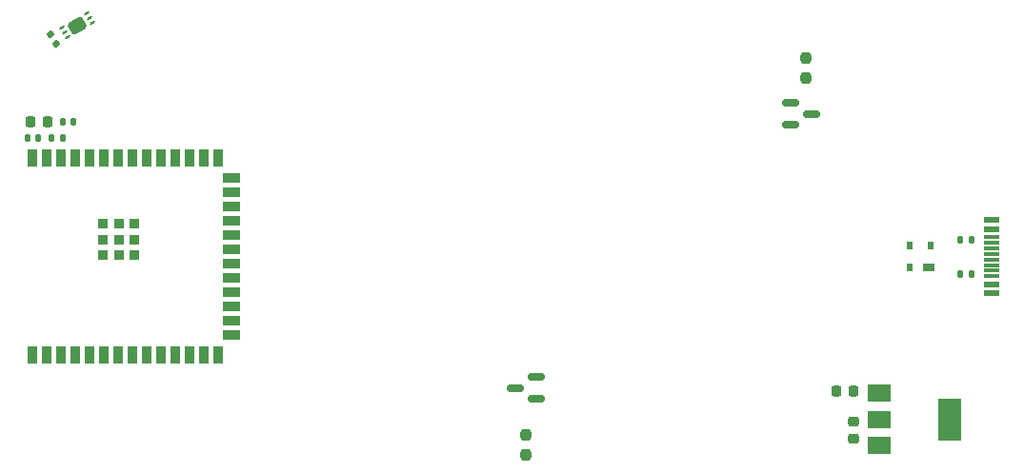
<source format=gbr>
%TF.GenerationSoftware,KiCad,Pcbnew,7.0.5*%
%TF.CreationDate,2023-07-04T20:42:27-04:00*%
%TF.ProjectId,Nixie Clock,4e697869-6520-4436-9c6f-636b2e6b6963,rev?*%
%TF.SameCoordinates,Original*%
%TF.FileFunction,Paste,Bot*%
%TF.FilePolarity,Positive*%
%FSLAX46Y46*%
G04 Gerber Fmt 4.6, Leading zero omitted, Abs format (unit mm)*
G04 Created by KiCad (PCBNEW 7.0.5) date 2023-07-04 20:42:27*
%MOMM*%
%LPD*%
G01*
G04 APERTURE LIST*
G04 Aperture macros list*
%AMRoundRect*
0 Rectangle with rounded corners*
0 $1 Rounding radius*
0 $2 $3 $4 $5 $6 $7 $8 $9 X,Y pos of 4 corners*
0 Add a 4 corners polygon primitive as box body*
4,1,4,$2,$3,$4,$5,$6,$7,$8,$9,$2,$3,0*
0 Add four circle primitives for the rounded corners*
1,1,$1+$1,$2,$3*
1,1,$1+$1,$4,$5*
1,1,$1+$1,$6,$7*
1,1,$1+$1,$8,$9*
0 Add four rect primitives between the rounded corners*
20,1,$1+$1,$2,$3,$4,$5,0*
20,1,$1+$1,$4,$5,$6,$7,0*
20,1,$1+$1,$6,$7,$8,$9,0*
20,1,$1+$1,$8,$9,$2,$3,0*%
G04 Aperture macros list end*
%ADD10RoundRect,0.140000X0.140000X0.170000X-0.140000X0.170000X-0.140000X-0.170000X0.140000X-0.170000X0*%
%ADD11RoundRect,0.300000X-0.539711X0.034808X-0.239711X-0.484808X0.539711X-0.034808X0.239711X0.484808X0*%
%ADD12RoundRect,0.055000X-0.196375X-0.049869X-0.141375X-0.145131X0.196375X0.049869X0.141375X0.145131X0*%
%ADD13RoundRect,0.140000X0.217224X-0.036244X0.077224X0.206244X-0.217224X0.036244X-0.077224X-0.206244X0*%
%ADD14RoundRect,0.140000X-0.140000X-0.170000X0.140000X-0.170000X0.140000X0.170000X-0.140000X0.170000X0*%
%ADD15R,1.450000X0.600000*%
%ADD16R,1.450000X0.300000*%
%ADD17RoundRect,0.225000X0.225000X0.250000X-0.225000X0.250000X-0.225000X-0.250000X0.225000X-0.250000X0*%
%ADD18RoundRect,0.135000X0.135000X0.185000X-0.135000X0.185000X-0.135000X-0.185000X0.135000X-0.185000X0*%
%ADD19R,1.000000X0.700000*%
%ADD20R,0.600000X0.700000*%
%ADD21RoundRect,0.225000X-0.250000X0.225000X-0.250000X-0.225000X0.250000X-0.225000X0.250000X0.225000X0*%
%ADD22RoundRect,0.237500X0.237500X-0.250000X0.237500X0.250000X-0.237500X0.250000X-0.237500X-0.250000X0*%
%ADD23RoundRect,0.150000X-0.587500X-0.150000X0.587500X-0.150000X0.587500X0.150000X-0.587500X0.150000X0*%
%ADD24R,2.000000X1.500000*%
%ADD25R,2.000000X3.800000*%
%ADD26RoundRect,0.237500X-0.237500X0.250000X-0.237500X-0.250000X0.237500X-0.250000X0.237500X0.250000X0*%
%ADD27R,0.900000X0.900000*%
%ADD28R,0.900000X1.500000*%
%ADD29R,1.500000X0.900000*%
%ADD30RoundRect,0.150000X0.587500X0.150000X-0.587500X0.150000X-0.587500X-0.150000X0.587500X-0.150000X0*%
G04 APERTURE END LIST*
D10*
%TO.C,C4*%
X137030400Y-73304400D03*
X136070400Y-73304400D03*
%TD*%
D11*
%TO.C,PD1*%
X140462000Y-63246000D03*
D12*
X139616148Y-64320941D03*
X139362148Y-63881000D03*
X139108148Y-63441059D03*
X141307852Y-62171059D03*
X141561852Y-62611000D03*
X141815852Y-63050941D03*
%TD*%
D13*
%TO.C,C6*%
X138619200Y-64880892D03*
X138139200Y-64049508D03*
%TD*%
D14*
%TO.C,C5*%
X139192000Y-71831200D03*
X140152000Y-71831200D03*
%TD*%
D15*
%TO.C,J1*%
X221761000Y-80570000D03*
X221761000Y-81370000D03*
D16*
X221761000Y-82570000D03*
X221761000Y-83570000D03*
X221761000Y-84070000D03*
X221761000Y-85070000D03*
D15*
X221761000Y-86270000D03*
X221761000Y-87070000D03*
X221761000Y-87070000D03*
X221761000Y-86270000D03*
D16*
X221761000Y-85570000D03*
X221761000Y-84570000D03*
X221761000Y-83070000D03*
X221761000Y-82070000D03*
D15*
X221761000Y-81370000D03*
X221761000Y-80570000D03*
%TD*%
D17*
%TO.C,C1*%
X209487000Y-95824000D03*
X207937000Y-95824000D03*
%TD*%
D18*
%TO.C,R3*%
X139194000Y-73304400D03*
X138174000Y-73304400D03*
%TD*%
D17*
%TO.C,C3*%
X137884200Y-71831200D03*
X136334200Y-71831200D03*
%TD*%
D18*
%TO.C,R1*%
X219966000Y-82296000D03*
X218946000Y-82296000D03*
%TD*%
D19*
%TO.C,D1*%
X216142000Y-84820000D03*
D20*
X214442000Y-84820000D03*
X214442000Y-82820000D03*
X216342000Y-82820000D03*
%TD*%
D21*
%TO.C,C2*%
X209474000Y-98488200D03*
X209474000Y-100038200D03*
%TD*%
D22*
%TO.C,R5*%
X180340000Y-101496500D03*
X180340000Y-99671500D03*
%TD*%
D23*
%TO.C,Q1*%
X203913500Y-72070000D03*
X203913500Y-70170000D03*
X205788500Y-71120000D03*
%TD*%
D24*
%TO.C,U6*%
X211734000Y-100598000D03*
X211734000Y-98298000D03*
D25*
X218034000Y-98298000D03*
D24*
X211734000Y-95998000D03*
%TD*%
D26*
%TO.C,R4*%
X205232000Y-66143500D03*
X205232000Y-67968500D03*
%TD*%
D27*
%TO.C,U5*%
X145592000Y-80920000D03*
X144192000Y-80920000D03*
X142792000Y-80920000D03*
X145592000Y-82320000D03*
X144192000Y-82320000D03*
X142792000Y-82320000D03*
X145592000Y-83720000D03*
X144192000Y-83720000D03*
X142792000Y-83720000D03*
D28*
X136472000Y-75070000D03*
X137742000Y-75070000D03*
X139012000Y-75070000D03*
X140282000Y-75070000D03*
X141552000Y-75070000D03*
X142822000Y-75070000D03*
X144092000Y-75070000D03*
X145362000Y-75070000D03*
X146632000Y-75070000D03*
X147902000Y-75070000D03*
X149172000Y-75070000D03*
X150442000Y-75070000D03*
X151712000Y-75070000D03*
X152982000Y-75070000D03*
D29*
X154232000Y-76835000D03*
X154232000Y-78105000D03*
X154232000Y-79375000D03*
X154232000Y-80645000D03*
X154232000Y-81915000D03*
X154232000Y-83185000D03*
X154232000Y-84455000D03*
X154232000Y-85725000D03*
X154232000Y-86995000D03*
X154232000Y-88265000D03*
X154232000Y-89535000D03*
X154232000Y-90805000D03*
D28*
X152982000Y-92570000D03*
X151712000Y-92570000D03*
X150442000Y-92570000D03*
X149172000Y-92570000D03*
X147902000Y-92570000D03*
X146632000Y-92570000D03*
X145362000Y-92570000D03*
X144092000Y-92570000D03*
X142822000Y-92570000D03*
X141552000Y-92570000D03*
X140282000Y-92570000D03*
X139012000Y-92570000D03*
X137742000Y-92570000D03*
X136472000Y-92570000D03*
%TD*%
D18*
%TO.C,R2*%
X219966000Y-85344000D03*
X218946000Y-85344000D03*
%TD*%
D30*
%TO.C,Q2*%
X181277500Y-94554000D03*
X181277500Y-96454000D03*
X179402500Y-95504000D03*
%TD*%
M02*

</source>
